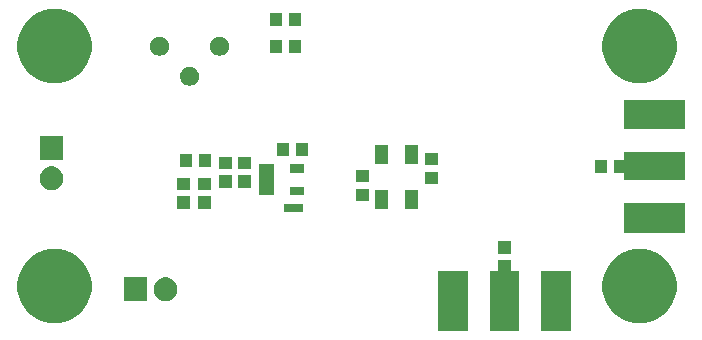
<source format=gts>
G04 #@! TF.GenerationSoftware,KiCad,Pcbnew,5.1.4-e60b266~84~ubuntu18.04.1*
G04 #@! TF.CreationDate,2019-08-19T13:29:57+01:00*
G04 #@! TF.ProjectId,vctcxo-ref,76637463-786f-42d7-9265-662e6b696361,rev?*
G04 #@! TF.SameCoordinates,Original*
G04 #@! TF.FileFunction,Soldermask,Top*
G04 #@! TF.FilePolarity,Negative*
%FSLAX46Y46*%
G04 Gerber Fmt 4.6, Leading zero omitted, Abs format (unit mm)*
G04 Created by KiCad (PCBNEW 5.1.4-e60b266~84~ubuntu18.04.1) date 2019-08-19 13:29:57*
%MOMM*%
%LPD*%
G04 APERTURE LIST*
%ADD10C,0.100000*%
G04 APERTURE END LIST*
D10*
G36*
X120066000Y-128281000D02*
G01*
X117564000Y-128281000D01*
X117564000Y-123179000D01*
X120066000Y-123179000D01*
X120066000Y-128281000D01*
X120066000Y-128281000D01*
G37*
G36*
X123741000Y-123054001D02*
G01*
X123743402Y-123078387D01*
X123750515Y-123101836D01*
X123762066Y-123123447D01*
X123777611Y-123142389D01*
X123796553Y-123157934D01*
X123818164Y-123169485D01*
X123841613Y-123176598D01*
X123865999Y-123179000D01*
X124391000Y-123179000D01*
X124391000Y-128281000D01*
X121989000Y-128281000D01*
X121989000Y-123179000D01*
X122514001Y-123179000D01*
X122538387Y-123176598D01*
X122561836Y-123169485D01*
X122583447Y-123157934D01*
X122602389Y-123142389D01*
X122617934Y-123123447D01*
X122629485Y-123101836D01*
X122636598Y-123078387D01*
X122639000Y-123054001D01*
X122639000Y-122257500D01*
X123741000Y-122257500D01*
X123741000Y-123054001D01*
X123741000Y-123054001D01*
G37*
G36*
X128816000Y-128281000D02*
G01*
X126314000Y-128281000D01*
X126314000Y-123179000D01*
X128816000Y-123179000D01*
X128816000Y-128281000D01*
X128816000Y-128281000D01*
G37*
G36*
X85486849Y-121327226D02*
G01*
X86008821Y-121431052D01*
X86582085Y-121668506D01*
X87098008Y-122013235D01*
X87536765Y-122451992D01*
X87881494Y-122967915D01*
X88118948Y-123541179D01*
X88240000Y-124149752D01*
X88240000Y-124770248D01*
X88118948Y-125378821D01*
X87881494Y-125952085D01*
X87536765Y-126468008D01*
X87098008Y-126906765D01*
X86582085Y-127251494D01*
X86008821Y-127488948D01*
X85486849Y-127592774D01*
X85400249Y-127610000D01*
X84779751Y-127610000D01*
X84693151Y-127592774D01*
X84171179Y-127488948D01*
X83597915Y-127251494D01*
X83081992Y-126906765D01*
X82643235Y-126468008D01*
X82298506Y-125952085D01*
X82061052Y-125378821D01*
X81940000Y-124770248D01*
X81940000Y-124149752D01*
X82061052Y-123541179D01*
X82298506Y-122967915D01*
X82643235Y-122451992D01*
X83081992Y-122013235D01*
X83597915Y-121668506D01*
X84171179Y-121431052D01*
X84693151Y-121327226D01*
X84779751Y-121310000D01*
X85400249Y-121310000D01*
X85486849Y-121327226D01*
X85486849Y-121327226D01*
G37*
G36*
X135016849Y-121327226D02*
G01*
X135538821Y-121431052D01*
X136112085Y-121668506D01*
X136628008Y-122013235D01*
X137066765Y-122451992D01*
X137411494Y-122967915D01*
X137648948Y-123541179D01*
X137770000Y-124149752D01*
X137770000Y-124770248D01*
X137648948Y-125378821D01*
X137411494Y-125952085D01*
X137066765Y-126468008D01*
X136628008Y-126906765D01*
X136112085Y-127251494D01*
X135538821Y-127488948D01*
X135016849Y-127592774D01*
X134930249Y-127610000D01*
X134309751Y-127610000D01*
X134223151Y-127592774D01*
X133701179Y-127488948D01*
X133127915Y-127251494D01*
X132611992Y-126906765D01*
X132173235Y-126468008D01*
X131828506Y-125952085D01*
X131591052Y-125378821D01*
X131470000Y-124770248D01*
X131470000Y-124149752D01*
X131591052Y-123541179D01*
X131828506Y-122967915D01*
X132173235Y-122451992D01*
X132611992Y-122013235D01*
X133127915Y-121668506D01*
X133701179Y-121431052D01*
X134223151Y-121327226D01*
X134309751Y-121310000D01*
X134930249Y-121310000D01*
X135016849Y-121327226D01*
X135016849Y-121327226D01*
G37*
G36*
X94779981Y-123751468D02*
G01*
X94962151Y-123826926D01*
X95126100Y-123936473D01*
X95265527Y-124075900D01*
X95375074Y-124239849D01*
X95450532Y-124422019D01*
X95489000Y-124615410D01*
X95489000Y-124812590D01*
X95450532Y-125005981D01*
X95375074Y-125188151D01*
X95265527Y-125352100D01*
X95126100Y-125491527D01*
X94962151Y-125601074D01*
X94779981Y-125676532D01*
X94586591Y-125715000D01*
X94389409Y-125715000D01*
X94196019Y-125676532D01*
X94013849Y-125601074D01*
X93849900Y-125491527D01*
X93710473Y-125352100D01*
X93600926Y-125188151D01*
X93525468Y-125005981D01*
X93487000Y-124812590D01*
X93487000Y-124615410D01*
X93525468Y-124422019D01*
X93600926Y-124239849D01*
X93710473Y-124075900D01*
X93849900Y-123936473D01*
X94013849Y-123826926D01*
X94196019Y-123751468D01*
X94389409Y-123713000D01*
X94586591Y-123713000D01*
X94779981Y-123751468D01*
X94779981Y-123751468D01*
G37*
G36*
X92949000Y-125715000D02*
G01*
X90947000Y-125715000D01*
X90947000Y-123713000D01*
X92949000Y-123713000D01*
X92949000Y-125715000D01*
X92949000Y-125715000D01*
G37*
G36*
X123741000Y-121709500D02*
G01*
X122639000Y-121709500D01*
X122639000Y-120657500D01*
X123741000Y-120657500D01*
X123741000Y-121709500D01*
X123741000Y-121709500D01*
G37*
G36*
X138441000Y-119926000D02*
G01*
X133339000Y-119926000D01*
X133339000Y-117424000D01*
X138441000Y-117424000D01*
X138441000Y-119926000D01*
X138441000Y-119926000D01*
G37*
G36*
X106157500Y-118217000D02*
G01*
X104535500Y-118217000D01*
X104535500Y-117495000D01*
X106157500Y-117495000D01*
X106157500Y-118217000D01*
X106157500Y-118217000D01*
G37*
G36*
X98341000Y-117912000D02*
G01*
X97239000Y-117912000D01*
X97239000Y-116860000D01*
X98341000Y-116860000D01*
X98341000Y-117912000D01*
X98341000Y-117912000D01*
G37*
G36*
X96563000Y-117912000D02*
G01*
X95461000Y-117912000D01*
X95461000Y-116860000D01*
X96563000Y-116860000D01*
X96563000Y-117912000D01*
X96563000Y-117912000D01*
G37*
G36*
X115897000Y-117890000D02*
G01*
X114795000Y-117890000D01*
X114795000Y-116288000D01*
X115897000Y-116288000D01*
X115897000Y-117890000D01*
X115897000Y-117890000D01*
G37*
G36*
X113297000Y-117890000D02*
G01*
X112195000Y-117890000D01*
X112195000Y-116288000D01*
X113297000Y-116288000D01*
X113297000Y-117890000D01*
X113297000Y-117890000D01*
G37*
G36*
X111676000Y-117277000D02*
G01*
X110574000Y-117277000D01*
X110574000Y-116225000D01*
X111676000Y-116225000D01*
X111676000Y-117277000D01*
X111676000Y-117277000D01*
G37*
G36*
X106231500Y-116744000D02*
G01*
X105029500Y-116744000D01*
X105029500Y-116042000D01*
X106231500Y-116042000D01*
X106231500Y-116744000D01*
X106231500Y-116744000D01*
G37*
G36*
X103631500Y-116744000D02*
G01*
X102429500Y-116744000D01*
X102429500Y-114142000D01*
X103631500Y-114142000D01*
X103631500Y-116744000D01*
X103631500Y-116744000D01*
G37*
G36*
X85127981Y-114353468D02*
G01*
X85310151Y-114428926D01*
X85474100Y-114538473D01*
X85613527Y-114677900D01*
X85671391Y-114764500D01*
X85723075Y-114841851D01*
X85730806Y-114860515D01*
X85798532Y-115024019D01*
X85837000Y-115217410D01*
X85837000Y-115414590D01*
X85798532Y-115607981D01*
X85723074Y-115790151D01*
X85613527Y-115954100D01*
X85474100Y-116093527D01*
X85310151Y-116203074D01*
X85127981Y-116278532D01*
X85080382Y-116288000D01*
X84934591Y-116317000D01*
X84737409Y-116317000D01*
X84591618Y-116288000D01*
X84544019Y-116278532D01*
X84361849Y-116203074D01*
X84197900Y-116093527D01*
X84058473Y-115954100D01*
X83948926Y-115790151D01*
X83873468Y-115607981D01*
X83835000Y-115414590D01*
X83835000Y-115217410D01*
X83873468Y-115024019D01*
X83941194Y-114860515D01*
X83948925Y-114841851D01*
X84000609Y-114764500D01*
X84058473Y-114677900D01*
X84197900Y-114538473D01*
X84361849Y-114428926D01*
X84544019Y-114353468D01*
X84737409Y-114315000D01*
X84934591Y-114315000D01*
X85127981Y-114353468D01*
X85127981Y-114353468D01*
G37*
G36*
X98341000Y-116312000D02*
G01*
X97239000Y-116312000D01*
X97239000Y-115260000D01*
X98341000Y-115260000D01*
X98341000Y-116312000D01*
X98341000Y-116312000D01*
G37*
G36*
X96563000Y-116312000D02*
G01*
X95461000Y-116312000D01*
X95461000Y-115260000D01*
X96563000Y-115260000D01*
X96563000Y-116312000D01*
X96563000Y-116312000D01*
G37*
G36*
X100119000Y-116134000D02*
G01*
X99017000Y-116134000D01*
X99017000Y-115082000D01*
X100119000Y-115082000D01*
X100119000Y-116134000D01*
X100119000Y-116134000D01*
G37*
G36*
X101706500Y-116134000D02*
G01*
X100604500Y-116134000D01*
X100604500Y-115082000D01*
X101706500Y-115082000D01*
X101706500Y-116134000D01*
X101706500Y-116134000D01*
G37*
G36*
X117518000Y-115816500D02*
G01*
X116416000Y-115816500D01*
X116416000Y-114764500D01*
X117518000Y-114764500D01*
X117518000Y-115816500D01*
X117518000Y-115816500D01*
G37*
G36*
X111676000Y-115677000D02*
G01*
X110574000Y-115677000D01*
X110574000Y-114625000D01*
X111676000Y-114625000D01*
X111676000Y-115677000D01*
X111676000Y-115677000D01*
G37*
G36*
X138441000Y-115501000D02*
G01*
X133339000Y-115501000D01*
X133339000Y-114975999D01*
X133336598Y-114951613D01*
X133329485Y-114928164D01*
X133317934Y-114906553D01*
X133302389Y-114887611D01*
X133283447Y-114872066D01*
X133261836Y-114860515D01*
X133238387Y-114853402D01*
X133214001Y-114851000D01*
X132417500Y-114851000D01*
X132417500Y-113749000D01*
X133214001Y-113749000D01*
X133238387Y-113746598D01*
X133261836Y-113739485D01*
X133283447Y-113727934D01*
X133302389Y-113712389D01*
X133317934Y-113693447D01*
X133329485Y-113671836D01*
X133336598Y-113648387D01*
X133339000Y-113624001D01*
X133339000Y-113099000D01*
X138441000Y-113099000D01*
X138441000Y-115501000D01*
X138441000Y-115501000D01*
G37*
G36*
X131869500Y-114851000D02*
G01*
X130817500Y-114851000D01*
X130817500Y-113749000D01*
X131869500Y-113749000D01*
X131869500Y-114851000D01*
X131869500Y-114851000D01*
G37*
G36*
X106231500Y-114844000D02*
G01*
X105029500Y-114844000D01*
X105029500Y-114142000D01*
X106231500Y-114142000D01*
X106231500Y-114844000D01*
X106231500Y-114844000D01*
G37*
G36*
X100119000Y-114534000D02*
G01*
X99017000Y-114534000D01*
X99017000Y-113482000D01*
X100119000Y-113482000D01*
X100119000Y-114534000D01*
X100119000Y-114534000D01*
G37*
G36*
X101706500Y-114534000D02*
G01*
X100604500Y-114534000D01*
X100604500Y-113482000D01*
X101706500Y-113482000D01*
X101706500Y-114534000D01*
X101706500Y-114534000D01*
G37*
G36*
X96754000Y-114343000D02*
G01*
X95702000Y-114343000D01*
X95702000Y-113241000D01*
X96754000Y-113241000D01*
X96754000Y-114343000D01*
X96754000Y-114343000D01*
G37*
G36*
X98354000Y-114343000D02*
G01*
X97302000Y-114343000D01*
X97302000Y-113241000D01*
X98354000Y-113241000D01*
X98354000Y-114343000D01*
X98354000Y-114343000D01*
G37*
G36*
X117518000Y-114216500D02*
G01*
X116416000Y-114216500D01*
X116416000Y-113164500D01*
X117518000Y-113164500D01*
X117518000Y-114216500D01*
X117518000Y-114216500D01*
G37*
G36*
X115897000Y-114090000D02*
G01*
X114795000Y-114090000D01*
X114795000Y-112488000D01*
X115897000Y-112488000D01*
X115897000Y-114090000D01*
X115897000Y-114090000D01*
G37*
G36*
X113297000Y-114090000D02*
G01*
X112195000Y-114090000D01*
X112195000Y-112488000D01*
X113297000Y-112488000D01*
X113297000Y-114090000D01*
X113297000Y-114090000D01*
G37*
G36*
X85837000Y-113777000D02*
G01*
X83835000Y-113777000D01*
X83835000Y-111775000D01*
X85837000Y-111775000D01*
X85837000Y-113777000D01*
X85837000Y-113777000D01*
G37*
G36*
X106545500Y-113454000D02*
G01*
X105493500Y-113454000D01*
X105493500Y-112352000D01*
X106545500Y-112352000D01*
X106545500Y-113454000D01*
X106545500Y-113454000D01*
G37*
G36*
X104945500Y-113454000D02*
G01*
X103893500Y-113454000D01*
X103893500Y-112352000D01*
X104945500Y-112352000D01*
X104945500Y-113454000D01*
X104945500Y-113454000D01*
G37*
G36*
X138441000Y-111176000D02*
G01*
X133339000Y-111176000D01*
X133339000Y-108674000D01*
X138441000Y-108674000D01*
X138441000Y-111176000D01*
X138441000Y-111176000D01*
G37*
G36*
X96753642Y-105909781D02*
G01*
X96899414Y-105970162D01*
X96899416Y-105970163D01*
X97030608Y-106057822D01*
X97142178Y-106169392D01*
X97171074Y-106212639D01*
X97229838Y-106300586D01*
X97290219Y-106446358D01*
X97321000Y-106601107D01*
X97321000Y-106758893D01*
X97290219Y-106913642D01*
X97282824Y-106931494D01*
X97229837Y-107059416D01*
X97142178Y-107190608D01*
X97030608Y-107302178D01*
X96899416Y-107389837D01*
X96899415Y-107389838D01*
X96899414Y-107389838D01*
X96753642Y-107450219D01*
X96598893Y-107481000D01*
X96441107Y-107481000D01*
X96286358Y-107450219D01*
X96140586Y-107389838D01*
X96140585Y-107389838D01*
X96140584Y-107389837D01*
X96009392Y-107302178D01*
X95897822Y-107190608D01*
X95810163Y-107059416D01*
X95757176Y-106931494D01*
X95749781Y-106913642D01*
X95719000Y-106758893D01*
X95719000Y-106601107D01*
X95749781Y-106446358D01*
X95810162Y-106300586D01*
X95868926Y-106212639D01*
X95897822Y-106169392D01*
X96009392Y-106057822D01*
X96140584Y-105970163D01*
X96140586Y-105970162D01*
X96286358Y-105909781D01*
X96441107Y-105879000D01*
X96598893Y-105879000D01*
X96753642Y-105909781D01*
X96753642Y-105909781D01*
G37*
G36*
X135016849Y-101007226D02*
G01*
X135538821Y-101111052D01*
X136112085Y-101348506D01*
X136628008Y-101693235D01*
X137066765Y-102131992D01*
X137411494Y-102647915D01*
X137648948Y-103221179D01*
X137770000Y-103829752D01*
X137770000Y-104450248D01*
X137648948Y-105058821D01*
X137411494Y-105632085D01*
X137066765Y-106148008D01*
X136628008Y-106586765D01*
X136112085Y-106931494D01*
X135538821Y-107168948D01*
X135016849Y-107272774D01*
X134930249Y-107290000D01*
X134309751Y-107290000D01*
X134223151Y-107272774D01*
X133701179Y-107168948D01*
X133127915Y-106931494D01*
X132611992Y-106586765D01*
X132173235Y-106148008D01*
X131828506Y-105632085D01*
X131591052Y-105058821D01*
X131470000Y-104450248D01*
X131470000Y-103829752D01*
X131591052Y-103221179D01*
X131828506Y-102647915D01*
X132173235Y-102131992D01*
X132611992Y-101693235D01*
X133127915Y-101348506D01*
X133701179Y-101111052D01*
X134223151Y-101007226D01*
X134309751Y-100990000D01*
X134930249Y-100990000D01*
X135016849Y-101007226D01*
X135016849Y-101007226D01*
G37*
G36*
X85486849Y-101007226D02*
G01*
X86008821Y-101111052D01*
X86582085Y-101348506D01*
X87098008Y-101693235D01*
X87536765Y-102131992D01*
X87881494Y-102647915D01*
X88118948Y-103221179D01*
X88240000Y-103829752D01*
X88240000Y-104450248D01*
X88118948Y-105058821D01*
X87881494Y-105632085D01*
X87536765Y-106148008D01*
X87098008Y-106586765D01*
X86582085Y-106931494D01*
X86008821Y-107168948D01*
X85486849Y-107272774D01*
X85400249Y-107290000D01*
X84779751Y-107290000D01*
X84693151Y-107272774D01*
X84171179Y-107168948D01*
X83597915Y-106931494D01*
X83081992Y-106586765D01*
X82643235Y-106148008D01*
X82298506Y-105632085D01*
X82061052Y-105058821D01*
X81940000Y-104450248D01*
X81940000Y-103829752D01*
X82061052Y-103221179D01*
X82298506Y-102647915D01*
X82643235Y-102131992D01*
X83081992Y-101693235D01*
X83597915Y-101348506D01*
X84171179Y-101111052D01*
X84693151Y-101007226D01*
X84779751Y-100990000D01*
X85400249Y-100990000D01*
X85486849Y-101007226D01*
X85486849Y-101007226D01*
G37*
G36*
X99293642Y-103369781D02*
G01*
X99439414Y-103430162D01*
X99439416Y-103430163D01*
X99570608Y-103517822D01*
X99682178Y-103629392D01*
X99769837Y-103760584D01*
X99769838Y-103760586D01*
X99830219Y-103906358D01*
X99861000Y-104061107D01*
X99861000Y-104218893D01*
X99830219Y-104373642D01*
X99769838Y-104519414D01*
X99769837Y-104519416D01*
X99682178Y-104650608D01*
X99570608Y-104762178D01*
X99439416Y-104849837D01*
X99439415Y-104849838D01*
X99439414Y-104849838D01*
X99293642Y-104910219D01*
X99138893Y-104941000D01*
X98981107Y-104941000D01*
X98826358Y-104910219D01*
X98680586Y-104849838D01*
X98680585Y-104849838D01*
X98680584Y-104849837D01*
X98549392Y-104762178D01*
X98437822Y-104650608D01*
X98350163Y-104519416D01*
X98350162Y-104519414D01*
X98289781Y-104373642D01*
X98259000Y-104218893D01*
X98259000Y-104061107D01*
X98289781Y-103906358D01*
X98350162Y-103760586D01*
X98350163Y-103760584D01*
X98437822Y-103629392D01*
X98549392Y-103517822D01*
X98680584Y-103430163D01*
X98680586Y-103430162D01*
X98826358Y-103369781D01*
X98981107Y-103339000D01*
X99138893Y-103339000D01*
X99293642Y-103369781D01*
X99293642Y-103369781D01*
G37*
G36*
X94213642Y-103369781D02*
G01*
X94359414Y-103430162D01*
X94359416Y-103430163D01*
X94490608Y-103517822D01*
X94602178Y-103629392D01*
X94689837Y-103760584D01*
X94689838Y-103760586D01*
X94750219Y-103906358D01*
X94781000Y-104061107D01*
X94781000Y-104218893D01*
X94750219Y-104373642D01*
X94689838Y-104519414D01*
X94689837Y-104519416D01*
X94602178Y-104650608D01*
X94490608Y-104762178D01*
X94359416Y-104849837D01*
X94359415Y-104849838D01*
X94359414Y-104849838D01*
X94213642Y-104910219D01*
X94058893Y-104941000D01*
X93901107Y-104941000D01*
X93746358Y-104910219D01*
X93600586Y-104849838D01*
X93600585Y-104849838D01*
X93600584Y-104849837D01*
X93469392Y-104762178D01*
X93357822Y-104650608D01*
X93270163Y-104519416D01*
X93270162Y-104519414D01*
X93209781Y-104373642D01*
X93179000Y-104218893D01*
X93179000Y-104061107D01*
X93209781Y-103906358D01*
X93270162Y-103760586D01*
X93270163Y-103760584D01*
X93357822Y-103629392D01*
X93469392Y-103517822D01*
X93600584Y-103430163D01*
X93600586Y-103430162D01*
X93746358Y-103369781D01*
X93901107Y-103339000D01*
X94058893Y-103339000D01*
X94213642Y-103369781D01*
X94213642Y-103369781D01*
G37*
G36*
X105974000Y-104691000D02*
G01*
X104922000Y-104691000D01*
X104922000Y-103589000D01*
X105974000Y-103589000D01*
X105974000Y-104691000D01*
X105974000Y-104691000D01*
G37*
G36*
X104374000Y-104691000D02*
G01*
X103322000Y-104691000D01*
X103322000Y-103589000D01*
X104374000Y-103589000D01*
X104374000Y-104691000D01*
X104374000Y-104691000D01*
G37*
G36*
X105974000Y-102405000D02*
G01*
X104922000Y-102405000D01*
X104922000Y-101303000D01*
X105974000Y-101303000D01*
X105974000Y-102405000D01*
X105974000Y-102405000D01*
G37*
G36*
X104374000Y-102405000D02*
G01*
X103322000Y-102405000D01*
X103322000Y-101303000D01*
X104374000Y-101303000D01*
X104374000Y-102405000D01*
X104374000Y-102405000D01*
G37*
M02*

</source>
